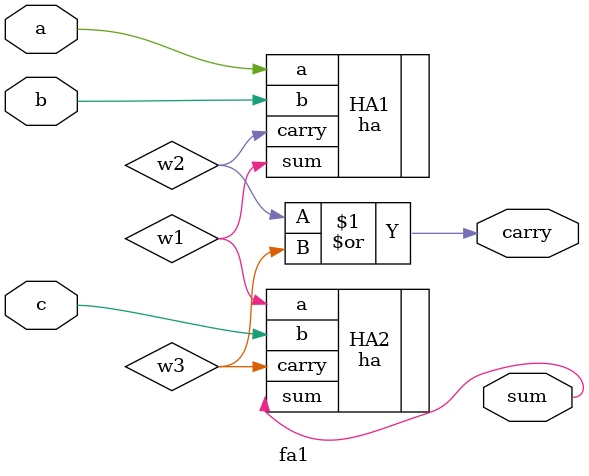
<source format=v>
`timescale 1ns / 1ps


module fa1(a, b, c, sum, carry);
    input a, b, c;
    output sum, carry;
    wire w1, w2, w3;
    ha HA1(.a(a), .b(b), .sum(w1), .carry(w2));
    ha HA2(.a(w1), .b(c), .sum(sum), .carry(w3));
    or or1(carry, w2, w3);
endmodule

</source>
